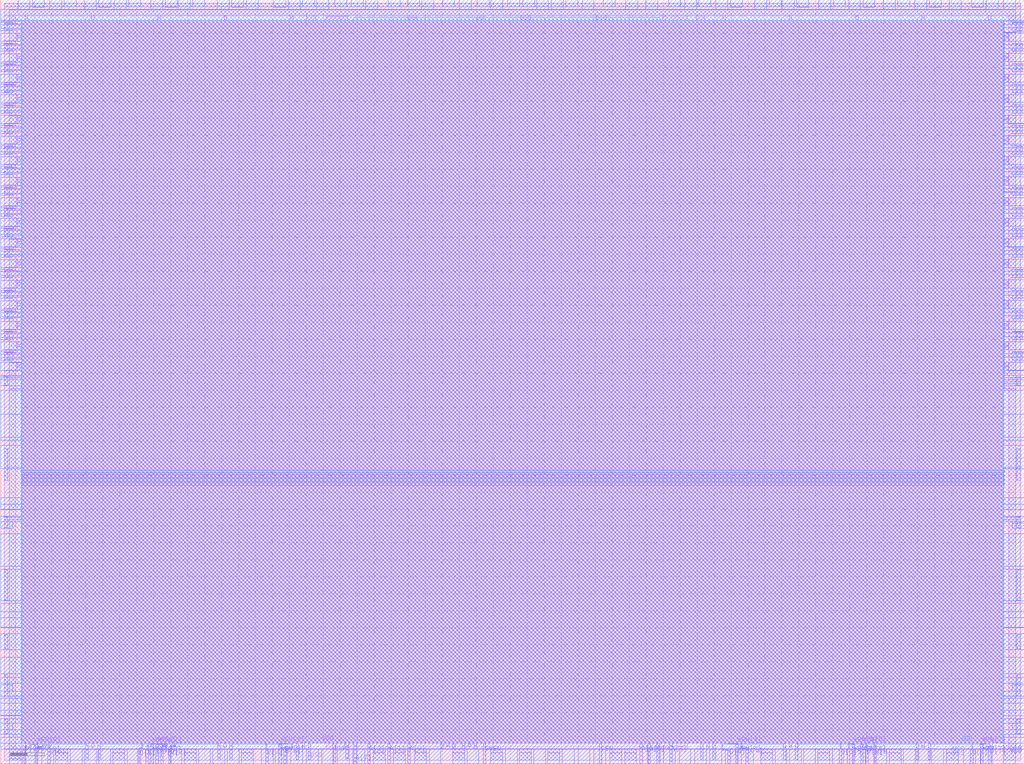
<source format=lef>
VERSION 5.7 ;
  NOWIREEXTENSIONATPIN ON ;
  DIVIDERCHAR "/" ;
  BUSBITCHARS "[]" ;
MACRO gf180mcu_ocd_ip_sram__sram256x8m8wm1
  CLASS BLOCK ;
  FOREIGN gf180mcu_ocd_ip_sram__sram256x8m8wm1 ;
  ORIGIN 0.000 0.000 ;
  SIZE 301.300 BY 224.930 ;
  PIN A[7]
    DIRECTION INPUT ;
    USE SIGNAL ;
    ANTENNADIFFAREA 0.928400 ;
    PORT
      LAYER Metal2 ;
        RECT 103.965 0.700 104.750 6.000 ;
        RECT 103.960 0.000 104.750 0.700 ;
    END
  END A[7]
  PIN A[6]
    DIRECTION INPUT ;
    USE SIGNAL ;
    ANTENNADIFFAREA 0.928400 ;
    PORT
      LAYER Metal2 ;
        RECT 188.200 0.000 188.985 6.000 ;
    END
  END A[6]
  PIN A[5]
    DIRECTION INPUT ;
    USE SIGNAL ;
    ANTENNADIFFAREA 0.928400 ;
    PORT
      LAYER Metal2 ;
        RECT 190.455 0.000 191.240 6.000 ;
    END
  END A[5]
  PIN A[4]
    DIRECTION INPUT ;
    USE SIGNAL ;
    ANTENNADIFFAREA 0.928400 ;
    PORT
      LAYER Metal2 ;
        RECT 193.070 0.000 193.855 6.000 ;
    END
  END A[4]
  PIN A[3]
    DIRECTION INPUT ;
    USE SIGNAL ;
    ANTENNADIFFAREA 0.928400 ;
    PORT
      LAYER Metal2 ;
        RECT 196.925 0.000 197.710 6.000 ;
    END
  END A[3]
  PIN A[2]
    DIRECTION INPUT ;
    USE SIGNAL ;
    ANTENNADIFFAREA 0.928400 ;
    PORT
      LAYER Metal2 ;
        RECT 108.005 0.000 108.790 6.000 ;
    END
  END A[2]
  PIN A[1]
    DIRECTION INPUT ;
    USE SIGNAL ;
    ANTENNADIFFAREA 0.928400 ;
    PORT
      LAYER Metal2 ;
        RECT 113.930 0.000 114.715 6.000 ;
    END
  END A[1]
  PIN A[0]
    DIRECTION INPUT ;
    USE SIGNAL ;
    ANTENNADIFFAREA 0.928400 ;
    PORT
      LAYER Metal2 ;
        RECT 119.850 0.000 120.630 6.000 ;
    END
  END A[0]
  PIN CEN
    DIRECTION INPUT ;
    USE SIGNAL ;
    ANTENNADIFFAREA 0.928400 ;
    PORT
      LAYER Metal2 ;
        RECT 176.195 0.000 176.980 6.000 ;
    END
  END CEN
  PIN CLK
    DIRECTION INPUT ;
    USE SIGNAL ;
    ANTENNAGATEAREA 9.738400 ;
    PORT
      LAYER Metal2 ;
        RECT 97.775 0.000 98.560 6.000 ;
    END
  END CLK
  PIN D[7]
    DIRECTION INPUT ;
    USE SIGNAL ;
    ANTENNAGATEAREA 0.249200 ;
    PORT
      LAYER Metal2 ;
        RECT 291.200 5.030 291.985 6.000 ;
        RECT 290.800 4.305 291.985 5.030 ;
        RECT 290.800 0.000 291.585 4.305 ;
    END
  END D[7]
  PIN D[6]
    DIRECTION INPUT ;
    USE SIGNAL ;
    ANTENNAGATEAREA 0.249200 ;
    PORT
      LAYER Metal2 ;
        RECT 254.645 4.245 254.930 6.000 ;
        RECT 254.605 0.000 255.385 4.245 ;
    END
  END D[6]
  PIN D[5]
    DIRECTION INPUT ;
    USE SIGNAL ;
    ANTENNAGATEAREA 0.249200 ;
    PORT
      LAYER Metal2 ;
        RECT 249.530 4.245 249.810 6.000 ;
        RECT 249.235 0.000 250.020 4.245 ;
    END
  END D[5]
  PIN D[4]
    DIRECTION INPUT ;
    USE SIGNAL ;
    ANTENNAGATEAREA 0.249200 ;
    PORT
      LAYER Metal2 ;
        RECT 212.255 4.355 212.625 6.000 ;
        RECT 212.255 4.350 213.940 4.355 ;
        RECT 212.255 3.985 214.845 4.350 ;
        RECT 214.060 0.000 214.845 3.985 ;
    END
  END D[4]
  PIN D[3]
    DIRECTION INPUT ;
    USE SIGNAL ;
    ANTENNAGATEAREA 0.249200 ;
    PORT
      LAYER Metal2 ;
        RECT 85.695 4.850 86.000 6.000 ;
        RECT 83.280 4.545 86.000 4.850 ;
        RECT 83.280 0.000 84.065 4.545 ;
    END
  END D[3]
  PIN D[2]
    DIRECTION INPUT ;
    USE SIGNAL ;
    ANTENNAGATEAREA 0.249200 ;
    PORT
      LAYER Metal2 ;
        RECT 48.730 5.425 49.015 6.000 ;
        RECT 47.595 5.140 49.015 5.425 ;
        RECT 47.595 4.160 47.880 5.140 ;
        RECT 47.085 3.720 47.880 4.160 ;
        RECT 47.085 0.000 47.870 3.720 ;
    END
  END D[2]
  PIN D[1]
    DIRECTION INPUT ;
    USE SIGNAL ;
    ANTENNAGATEAREA 0.249200 ;
    PORT
      LAYER Metal2 ;
        RECT 43.215 5.290 43.540 6.000 ;
        RECT 43.180 4.170 43.540 5.290 ;
        RECT 42.720 0.000 43.505 4.170 ;
    END
  END D[1]
  PIN D[0]
    DIRECTION INPUT ;
    USE SIGNAL ;
    ANTENNAGATEAREA 0.249200 ;
    PORT
      LAYER Metal2 ;
        RECT 6.520 0.000 7.305 6.000 ;
    END
  END D[0]
  PIN GWEN
    DIRECTION INPUT ;
    USE SIGNAL ;
    ANTENNAGATEAREA 3.141600 ;
    PORT
      LAYER Metal2 ;
        RECT 142.055 0.000 142.840 6.000 ;
    END
  END GWEN
  PIN Q[7]
    DIRECTION OUTPUT ;
    USE SIGNAL ;
    ANTENNADIFFAREA 5.315450 ;
    PORT
      LAYER Metal2 ;
        RECT 285.870 4.245 286.200 6.000 ;
        RECT 285.490 0.000 286.275 4.245 ;
    END
  END Q[7]
  PIN Q[6]
    DIRECTION OUTPUT ;
    USE SIGNAL ;
    ANTENNADIFFAREA 5.315450 ;
    PORT
      LAYER Metal2 ;
        RECT 257.025 4.245 257.345 6.000 ;
        RECT 256.960 0.000 257.740 4.245 ;
    END
  END Q[6]
  PIN Q[5]
    DIRECTION OUTPUT ;
    USE SIGNAL ;
    ANTENNADIFFAREA 5.315450 ;
    PORT
      LAYER Metal2 ;
        RECT 247.175 4.245 247.460 6.000 ;
        RECT 246.880 0.000 247.665 4.245 ;
    END
  END Q[5]
  PIN Q[4]
    DIRECTION OUTPUT ;
    USE SIGNAL ;
    ANTENNADIFFAREA 5.315450 ;
    PORT
      LAYER Metal2 ;
        RECT 217.860 4.705 218.190 6.000 ;
        RECT 217.860 4.695 220.060 4.705 ;
        RECT 217.860 4.375 220.135 4.695 ;
        RECT 219.350 0.000 220.135 4.375 ;
    END
  END Q[4]
  PIN Q[3]
    DIRECTION OUTPUT ;
    USE SIGNAL ;
    ANTENNADIFFAREA 5.315450 ;
    PORT
      LAYER Metal2 ;
        RECT 77.980 4.130 78.315 6.000 ;
        RECT 77.975 0.000 78.760 4.130 ;
    END
  END Q[3]
  PIN Q[2]
    DIRECTION OUTPUT ;
    USE SIGNAL ;
    ANTENNADIFFAREA 5.315450 ;
    PORT
      LAYER Metal2 ;
        RECT 51.250 5.450 51.580 6.000 ;
        RECT 49.960 5.120 51.580 5.450 ;
        RECT 49.960 4.160 50.290 5.120 ;
        RECT 49.440 3.710 50.290 4.160 ;
        RECT 49.440 0.000 50.225 3.710 ;
    END
  END Q[2]
  PIN Q[1]
    DIRECTION OUTPUT ;
    USE SIGNAL ;
    ANTENNADIFFAREA 5.315450 ;
    PORT
      LAYER Metal2 ;
        RECT 41.545 4.725 41.875 6.000 ;
        RECT 40.840 4.395 41.875 4.725 ;
        RECT 40.840 4.200 41.170 4.395 ;
        RECT 40.365 3.555 41.170 4.200 ;
        RECT 40.365 0.000 41.145 3.555 ;
    END
  END Q[1]
  PIN Q[0]
    DIRECTION OUTPUT ;
    USE SIGNAL ;
    ANTENNADIFFAREA 5.315450 ;
    PORT
      LAYER Metal2 ;
        RECT 12.255 5.780 12.585 6.000 ;
        RECT 12.255 5.450 14.415 5.780 ;
        RECT 14.085 4.245 14.415 5.450 ;
        RECT 13.830 0.000 14.610 4.245 ;
    END
  END Q[0]
  PIN VDD
    DIRECTION INOUT ;
    USE POWER ;
    PORT
      LAYER Nwell ;
        RECT 103.900 218.930 194.020 219.810 ;
        RECT 7.680 5.780 25.360 6.000 ;
        RECT 29.080 5.780 64.190 6.000 ;
        RECT 29.080 5.770 46.760 5.780 ;
        RECT 67.910 5.770 85.590 6.000 ;
        RECT 212.985 5.780 230.665 6.000 ;
        RECT 234.385 5.785 269.745 6.000 ;
        RECT 234.385 5.770 252.065 5.785 ;
        RECT 273.465 5.775 291.145 6.000 ;
      LAYER Metal1 ;
        RECT 4.845 214.375 5.975 215.090 ;
        RECT 4.845 213.675 6.000 214.375 ;
        RECT 295.440 214.170 296.570 215.175 ;
        RECT 295.300 213.790 296.570 214.170 ;
        RECT 4.845 212.660 5.975 213.675 ;
        RECT 295.440 212.745 296.570 213.790 ;
        RECT 4.845 208.315 5.975 209.030 ;
        RECT 4.845 207.615 6.000 208.315 ;
        RECT 295.440 208.110 296.570 209.115 ;
        RECT 295.300 207.730 296.570 208.110 ;
        RECT 4.845 206.600 5.975 207.615 ;
        RECT 295.440 206.685 296.570 207.730 ;
        RECT 4.845 202.255 5.975 202.970 ;
        RECT 4.845 201.555 6.000 202.255 ;
        RECT 295.440 202.050 296.570 203.055 ;
        RECT 295.300 201.670 296.570 202.050 ;
        RECT 4.845 200.540 5.975 201.555 ;
        RECT 295.440 200.625 296.570 201.670 ;
        RECT 4.845 196.195 5.975 196.910 ;
        RECT 4.845 195.495 6.000 196.195 ;
        RECT 295.440 195.990 296.570 196.995 ;
        RECT 295.300 195.610 296.570 195.990 ;
        RECT 4.845 194.480 5.975 195.495 ;
        RECT 295.440 194.565 296.570 195.610 ;
        RECT 4.845 190.135 5.975 190.850 ;
        RECT 4.845 189.435 6.000 190.135 ;
        RECT 295.440 189.930 296.570 190.935 ;
        RECT 295.300 189.550 296.570 189.930 ;
        RECT 4.845 188.420 5.975 189.435 ;
        RECT 295.440 188.505 296.570 189.550 ;
        RECT 4.845 184.075 5.975 184.790 ;
        RECT 4.845 183.375 6.000 184.075 ;
        RECT 295.440 183.870 296.570 184.875 ;
        RECT 295.300 183.490 296.570 183.870 ;
        RECT 4.845 182.360 5.975 183.375 ;
        RECT 295.440 182.445 296.570 183.490 ;
        RECT 4.845 178.015 5.975 178.730 ;
        RECT 4.845 177.315 6.000 178.015 ;
        RECT 295.440 177.810 296.570 178.815 ;
        RECT 295.300 177.430 296.570 177.810 ;
        RECT 4.845 176.300 5.975 177.315 ;
        RECT 295.440 176.385 296.570 177.430 ;
        RECT 4.845 171.955 5.975 172.670 ;
        RECT 4.845 171.255 6.000 171.955 ;
        RECT 295.440 171.750 296.570 172.755 ;
        RECT 295.300 171.370 296.570 171.750 ;
        RECT 4.845 170.240 5.975 171.255 ;
        RECT 295.440 170.325 296.570 171.370 ;
        RECT 4.845 165.895 5.975 166.610 ;
        RECT 4.845 165.195 6.000 165.895 ;
        RECT 295.440 165.690 296.570 166.695 ;
        RECT 295.300 165.310 296.570 165.690 ;
        RECT 4.845 164.180 5.975 165.195 ;
        RECT 295.440 164.265 296.570 165.310 ;
        RECT 4.845 159.835 5.975 160.550 ;
        RECT 4.845 159.135 6.000 159.835 ;
        RECT 295.440 159.630 296.570 160.635 ;
        RECT 295.300 159.250 296.570 159.630 ;
        RECT 4.845 158.120 5.975 159.135 ;
        RECT 295.440 158.205 296.570 159.250 ;
        RECT 4.845 153.775 5.975 154.490 ;
        RECT 4.845 153.075 6.000 153.775 ;
        RECT 295.440 153.570 296.570 154.575 ;
        RECT 295.300 153.190 296.570 153.570 ;
        RECT 4.845 152.060 5.975 153.075 ;
        RECT 295.440 152.145 296.570 153.190 ;
        RECT 4.845 147.715 5.975 148.430 ;
        RECT 4.845 147.015 6.000 147.715 ;
        RECT 295.440 147.510 296.570 148.515 ;
        RECT 295.300 147.130 296.570 147.510 ;
        RECT 4.845 146.000 5.975 147.015 ;
        RECT 295.440 146.085 296.570 147.130 ;
        RECT 4.845 141.655 5.975 142.370 ;
        RECT 4.845 140.955 6.000 141.655 ;
        RECT 295.440 141.450 296.570 142.455 ;
        RECT 295.300 141.070 296.570 141.450 ;
        RECT 4.845 139.940 5.975 140.955 ;
        RECT 295.440 140.025 296.570 141.070 ;
        RECT 4.845 135.595 5.975 136.310 ;
        RECT 4.845 134.895 6.000 135.595 ;
        RECT 295.440 135.390 296.570 136.395 ;
        RECT 295.300 135.010 296.570 135.390 ;
        RECT 4.845 133.880 5.975 134.895 ;
        RECT 295.440 133.965 296.570 135.010 ;
        RECT 4.845 129.535 5.975 130.250 ;
        RECT 4.845 128.835 6.000 129.535 ;
        RECT 295.440 129.330 296.570 130.335 ;
        RECT 295.300 128.950 296.570 129.330 ;
        RECT 4.845 127.820 5.975 128.835 ;
        RECT 295.440 127.905 296.570 128.950 ;
        RECT 4.845 123.475 5.975 124.190 ;
        RECT 4.845 122.775 6.000 123.475 ;
        RECT 295.440 123.270 296.570 124.275 ;
        RECT 295.300 122.890 296.570 123.270 ;
        RECT 4.845 121.760 5.975 122.775 ;
        RECT 295.440 121.845 296.570 122.890 ;
        RECT 4.845 117.415 5.975 118.130 ;
        RECT 4.845 116.715 6.000 117.415 ;
        RECT 295.440 117.210 296.570 118.215 ;
        RECT 295.300 116.830 296.570 117.210 ;
        RECT 4.845 115.700 5.975 116.715 ;
        RECT 295.440 115.785 296.570 116.830 ;
        RECT 93.700 5.990 95.245 6.000 ;
      LAYER Metal2 ;
        RECT 2.470 221.980 298.830 222.130 ;
        RECT 2.465 218.930 298.830 221.980 ;
        RECT 2.465 218.630 6.000 218.930 ;
        RECT 295.300 218.630 298.830 218.930 ;
        RECT 2.465 215.090 5.970 218.630 ;
        RECT 295.445 215.310 298.830 218.630 ;
        RECT 2.465 212.660 5.975 215.090 ;
        RECT 2.465 209.030 5.970 212.660 ;
        RECT 2.465 206.600 5.975 209.030 ;
        RECT 2.465 202.970 5.970 206.600 ;
        RECT 2.465 200.540 5.975 202.970 ;
        RECT 2.465 196.910 5.970 200.540 ;
        RECT 2.465 194.480 5.975 196.910 ;
        RECT 2.465 190.850 5.970 194.480 ;
        RECT 2.465 188.420 5.975 190.850 ;
        RECT 2.465 184.790 5.970 188.420 ;
        RECT 2.465 182.360 5.975 184.790 ;
        RECT 2.465 178.730 5.970 182.360 ;
        RECT 2.465 176.300 5.975 178.730 ;
        RECT 2.465 172.670 5.970 176.300 ;
        RECT 2.465 170.240 5.975 172.670 ;
        RECT 2.465 166.610 5.970 170.240 ;
        RECT 295.440 168.360 298.830 215.310 ;
        RECT 2.465 164.180 5.975 166.610 ;
        RECT 2.465 160.550 5.970 164.180 ;
        RECT 2.465 158.120 5.975 160.550 ;
        RECT 2.465 154.490 5.970 158.120 ;
        RECT 2.465 152.060 5.975 154.490 ;
        RECT 2.465 148.430 5.970 152.060 ;
        RECT 2.465 146.000 5.975 148.430 ;
        RECT 2.465 142.370 5.970 146.000 ;
        RECT 2.465 139.940 5.975 142.370 ;
        RECT 2.465 136.310 5.970 139.940 ;
        RECT 2.465 133.880 5.975 136.310 ;
        RECT 2.465 130.250 5.970 133.880 ;
        RECT 2.465 127.820 5.975 130.250 ;
        RECT 2.465 124.190 5.970 127.820 ;
        RECT 2.465 121.760 5.975 124.190 ;
        RECT 2.465 118.130 5.970 121.760 ;
        RECT 2.465 115.700 5.975 118.130 ;
        RECT 2.465 110.435 5.970 115.700 ;
        RECT 295.440 110.435 298.835 168.360 ;
        RECT 2.465 4.330 5.975 110.435 ;
        RECT 26.795 4.830 27.580 6.000 ;
        RECT 65.605 4.830 66.390 6.000 ;
        RECT 2.465 1.410 5.970 4.330 ;
        RECT 88.750 4.285 89.535 6.000 ;
        RECT 93.695 5.965 95.245 6.000 ;
        RECT 131.250 5.180 132.035 6.000 ;
        RECT 137.620 5.180 138.405 6.000 ;
        RECT 207.850 4.315 208.635 6.000 ;
        RECT 232.070 4.830 232.855 6.000 ;
        RECT 271.220 4.810 272.005 6.000 ;
        RECT 295.330 4.330 298.835 110.435 ;
        RECT 2.470 0.985 5.970 1.410 ;
        RECT 295.330 0.985 298.830 4.330 ;
      LAYER Metal3 ;
        RECT 5.090 222.130 8.585 224.930 ;
        RECT 14.480 222.130 17.975 224.930 ;
        RECT 24.630 222.130 28.125 224.930 ;
        RECT 33.380 222.130 36.875 224.930 ;
        RECT 44.170 222.130 47.665 224.930 ;
        RECT 52.280 222.130 55.775 224.930 ;
        RECT 63.710 222.130 67.205 224.930 ;
        RECT 72.285 222.130 75.780 224.930 ;
        RECT 84.685 222.130 88.180 224.930 ;
        RECT 93.000 222.130 96.495 224.930 ;
        RECT 107.485 222.130 110.980 224.930 ;
        RECT 123.950 222.130 127.445 224.930 ;
        RECT 135.045 222.130 138.540 224.930 ;
        RECT 144.305 222.130 147.800 224.930 ;
        RECT 157.740 222.130 161.235 224.930 ;
        RECT 162.095 222.130 165.590 224.930 ;
        RECT 171.155 222.130 174.650 224.930 ;
        RECT 183.990 222.130 187.485 224.930 ;
        RECT 189.915 222.130 193.410 224.930 ;
        RECT 201.415 222.130 204.910 224.930 ;
        RECT 210.520 222.130 214.015 224.930 ;
        RECT 221.995 222.130 225.490 224.930 ;
        RECT 230.060 222.130 233.555 224.930 ;
        RECT 240.895 222.130 244.390 224.930 ;
        RECT 249.600 222.130 253.095 224.930 ;
        RECT 259.795 222.130 263.290 224.930 ;
        RECT 269.140 222.130 272.635 224.930 ;
        RECT 279.300 222.130 282.795 224.930 ;
        RECT 290.115 222.130 293.610 224.930 ;
        RECT 295.330 222.130 298.825 224.930 ;
        RECT 0.000 218.930 301.300 222.130 ;
        RECT 0.000 218.630 6.000 218.930 ;
        RECT 295.300 218.630 301.300 218.930 ;
        RECT 5.090 218.625 6.000 218.630 ;
        RECT 296.440 215.175 301.300 215.185 ;
        RECT 0.000 212.650 5.975 215.100 ;
        RECT 295.440 212.745 301.300 215.175 ;
        RECT 296.440 212.735 301.300 212.745 ;
        RECT 296.440 209.115 301.300 209.125 ;
        RECT 0.000 206.590 5.975 209.040 ;
        RECT 295.440 206.685 301.300 209.115 ;
        RECT 296.440 206.675 301.300 206.685 ;
        RECT 296.440 203.055 301.300 203.065 ;
        RECT 0.000 200.530 5.975 202.980 ;
        RECT 295.440 200.625 301.300 203.055 ;
        RECT 296.440 200.615 301.300 200.625 ;
        RECT 296.440 196.995 301.300 197.005 ;
        RECT 0.000 194.470 5.975 196.920 ;
        RECT 295.440 194.565 301.300 196.995 ;
        RECT 296.440 194.555 301.300 194.565 ;
        RECT 296.440 190.935 301.300 190.945 ;
        RECT 0.000 188.410 5.975 190.860 ;
        RECT 295.440 188.505 301.300 190.935 ;
        RECT 296.440 188.495 301.300 188.505 ;
        RECT 296.440 184.875 301.300 184.885 ;
        RECT 0.000 182.350 5.975 184.800 ;
        RECT 295.440 182.445 301.300 184.875 ;
        RECT 296.440 182.435 301.300 182.445 ;
        RECT 296.440 178.815 301.300 178.825 ;
        RECT 0.000 176.290 5.975 178.740 ;
        RECT 295.440 176.385 301.300 178.815 ;
        RECT 296.440 176.375 301.300 176.385 ;
        RECT 296.440 172.755 301.300 172.765 ;
        RECT 0.000 170.230 5.975 172.680 ;
        RECT 295.440 170.325 301.300 172.755 ;
        RECT 296.440 170.315 301.300 170.325 ;
        RECT 296.440 166.695 301.300 166.705 ;
        RECT 0.000 164.170 5.975 166.620 ;
        RECT 295.440 164.265 301.300 166.695 ;
        RECT 296.440 164.255 301.300 164.265 ;
        RECT 296.440 160.635 301.300 160.645 ;
        RECT 0.000 158.110 5.975 160.560 ;
        RECT 295.440 158.205 301.300 160.635 ;
        RECT 296.440 158.195 301.300 158.205 ;
        RECT 296.440 154.575 301.300 154.585 ;
        RECT 0.000 152.050 5.975 154.500 ;
        RECT 295.440 152.145 301.300 154.575 ;
        RECT 296.440 152.135 301.300 152.145 ;
        RECT 296.440 148.515 301.300 148.525 ;
        RECT 0.000 145.990 5.975 148.440 ;
        RECT 295.440 146.085 301.300 148.515 ;
        RECT 296.440 146.075 301.300 146.085 ;
        RECT 296.440 142.455 301.300 142.465 ;
        RECT 0.000 139.930 5.975 142.380 ;
        RECT 295.440 140.025 301.300 142.455 ;
        RECT 296.440 140.015 301.300 140.025 ;
        RECT 296.440 136.395 301.300 136.405 ;
        RECT 0.000 133.870 5.975 136.320 ;
        RECT 295.440 133.965 301.300 136.395 ;
        RECT 296.440 133.955 301.300 133.965 ;
        RECT 296.440 130.335 301.300 130.345 ;
        RECT 0.000 127.810 5.975 130.260 ;
        RECT 295.440 127.905 301.300 130.335 ;
        RECT 296.440 127.895 301.300 127.905 ;
        RECT 296.440 124.275 301.300 124.285 ;
        RECT 0.000 121.750 5.975 124.200 ;
        RECT 295.440 121.845 301.300 124.275 ;
        RECT 296.440 121.835 301.300 121.845 ;
        RECT 296.440 118.215 301.300 118.225 ;
        RECT 0.000 115.690 5.975 118.140 ;
        RECT 295.440 115.785 301.300 118.215 ;
        RECT 296.440 115.775 301.300 115.785 ;
        RECT 0.000 109.905 3.545 109.910 ;
        RECT 297.750 109.905 301.300 109.910 ;
        RECT 0.000 102.880 6.000 109.905 ;
        RECT 295.300 102.880 301.300 109.905 ;
        RECT 0.000 96.170 5.975 102.880 ;
        RECT 295.335 96.170 301.300 102.880 ;
        RECT 0.000 95.175 6.000 96.170 ;
        RECT 295.300 95.175 301.300 96.170 ;
        RECT 300.600 95.170 301.300 95.175 ;
        RECT 0.000 78.350 3.545 78.355 ;
        RECT 297.750 78.350 301.300 78.355 ;
        RECT 0.000 76.400 5.975 78.350 ;
        RECT 295.335 76.400 301.300 78.350 ;
        RECT 0.000 74.855 6.000 76.400 ;
        RECT 0.010 74.850 6.000 74.855 ;
        RECT 295.300 74.850 301.300 76.400 ;
        RECT 297.750 67.740 301.300 67.750 ;
        RECT 0.010 67.735 6.000 67.740 ;
        RECT 0.000 58.210 6.000 67.735 ;
        RECT 295.300 58.210 301.300 67.740 ;
        RECT 0.000 58.205 0.700 58.210 ;
        RECT 300.600 58.205 301.300 58.210 ;
        RECT 0.000 47.315 3.545 47.325 ;
        RECT 300.600 47.315 301.300 47.320 ;
        RECT 0.000 44.810 6.000 47.315 ;
        RECT 295.300 44.810 301.300 47.315 ;
        RECT 0.000 42.955 5.975 44.810 ;
        RECT 295.335 42.970 301.300 44.810 ;
        RECT 0.000 40.125 6.000 42.955 ;
        RECT 0.010 40.120 6.000 40.125 ;
        RECT 295.300 40.120 301.300 42.970 ;
        RECT 0.010 40.020 5.975 40.120 ;
        RECT 295.335 40.020 301.300 40.120 ;
        RECT 297.750 40.010 301.300 40.020 ;
        RECT 0.000 31.295 3.545 31.300 ;
        RECT 295.300 31.295 295.365 31.325 ;
        RECT 300.600 31.295 301.300 31.300 ;
        RECT 0.000 26.530 6.000 31.295 ;
        RECT 0.010 26.525 6.000 26.530 ;
        RECT 295.300 26.525 301.300 31.295 ;
        RECT 0.000 19.345 3.545 19.350 ;
        RECT 297.750 19.345 301.300 19.350 ;
        RECT 0.000 17.750 6.000 19.345 ;
        RECT 0.000 15.795 5.995 17.750 ;
        RECT 295.300 17.745 301.300 19.345 ;
        RECT 295.315 15.805 301.300 17.745 ;
        RECT 0.000 14.210 6.000 15.795 ;
        RECT 0.010 14.205 6.000 14.210 ;
        RECT 295.300 14.205 301.300 15.805 ;
        RECT 0.000 6.000 6.000 7.810 ;
        RECT 295.300 6.000 301.300 7.810 ;
        RECT 0.000 4.310 301.300 6.000 ;
        RECT 0.000 4.290 0.700 4.310 ;
        RECT 2.465 0.000 5.970 4.310 ;
        RECT 7.135 0.000 10.635 4.310 ;
        RECT 12.045 0.000 15.545 4.310 ;
        RECT 20.445 0.000 23.945 4.310 ;
        RECT 24.645 0.000 28.145 4.310 ;
        RECT 28.845 0.000 32.345 4.310 ;
        RECT 37.245 0.000 40.745 4.310 ;
        RECT 43.550 0.000 47.050 4.310 ;
        RECT 49.845 0.000 53.345 4.310 ;
        RECT 58.245 0.000 61.745 4.310 ;
        RECT 62.445 0.000 65.945 4.310 ;
        RECT 66.645 0.000 70.145 4.310 ;
        RECT 76.685 0.000 80.185 4.310 ;
        RECT 80.885 0.000 84.385 4.310 ;
        RECT 85.435 0.000 88.935 4.310 ;
        RECT 89.985 0.000 93.485 4.310 ;
        RECT 94.535 0.000 98.035 4.310 ;
        RECT 99.085 0.000 102.585 4.310 ;
        RECT 103.635 0.000 107.135 4.310 ;
        RECT 126.105 0.000 129.605 4.310 ;
        RECT 137.295 0.000 140.795 4.310 ;
        RECT 148.515 0.000 152.015 4.310 ;
        RECT 156.915 0.000 160.415 4.310 ;
        RECT 165.315 0.000 168.815 4.310 ;
        RECT 169.980 0.000 173.480 4.310 ;
        RECT 174.565 0.000 178.065 4.310 ;
        RECT 190.600 0.000 194.100 4.310 ;
        RECT 195.150 0.000 198.650 4.310 ;
        RECT 199.700 4.205 221.530 4.310 ;
        RECT 199.700 0.000 203.200 4.205 ;
        RECT 204.250 0.000 207.750 4.205 ;
        RECT 208.800 0.000 212.300 4.205 ;
        RECT 213.350 0.000 216.850 4.205 ;
        RECT 218.030 0.000 221.530 4.205 ;
        RECT 227.960 0.000 231.460 4.310 ;
        RECT 232.160 0.000 235.660 4.310 ;
        RECT 236.360 0.000 239.860 4.310 ;
        RECT 244.760 0.000 248.260 4.310 ;
        RECT 251.055 0.000 254.555 4.310 ;
        RECT 257.360 0.000 260.860 4.310 ;
        RECT 265.760 0.000 269.260 4.310 ;
        RECT 269.960 0.000 273.460 4.310 ;
        RECT 274.160 0.000 277.660 4.310 ;
        RECT 283.560 0.000 287.060 4.310 ;
        RECT 288.465 0.000 291.965 4.310 ;
        RECT 295.330 0.000 298.830 4.310 ;
    END
  END VDD
  PIN VSS
    DIRECTION INOUT ;
    USE GROUND ;
    PORT
      LAYER Metal1 ;
        RECT 0.985 220.405 300.315 223.940 ;
        RECT 0.985 218.075 4.485 220.405 ;
        RECT 7.150 218.930 7.970 220.405 ;
        RECT 26.690 218.930 27.510 220.405 ;
        RECT 46.230 218.930 47.050 220.405 ;
        RECT 65.770 218.930 66.590 220.405 ;
        RECT 85.300 218.930 86.120 220.405 ;
        RECT 90.140 218.930 92.685 220.405 ;
        RECT 96.620 220.070 102.185 220.405 ;
        RECT 95.855 218.930 102.185 220.070 ;
        RECT 119.790 218.930 122.545 220.405 ;
        RECT 140.215 218.930 142.065 220.405 ;
        RECT 153.080 218.930 155.970 220.405 ;
        RECT 175.340 218.930 178.195 220.405 ;
        RECT 194.845 218.930 202.075 220.405 ;
        RECT 204.765 218.930 207.310 220.405 ;
        RECT 212.580 218.930 213.400 220.405 ;
        RECT 232.120 218.930 232.940 220.405 ;
        RECT 251.660 218.930 252.480 220.405 ;
        RECT 271.200 218.930 272.020 220.405 ;
        RECT 290.730 218.930 291.550 220.405 ;
        RECT 0.985 217.925 4.490 218.075 ;
        RECT 0.985 216.120 6.000 217.925 ;
        RECT 0.985 212.825 4.490 216.120 ;
        RECT 0.985 212.015 4.485 212.825 ;
        RECT 0.985 211.865 4.490 212.015 ;
        RECT 0.985 210.060 6.000 211.865 ;
        RECT 0.985 206.765 4.490 210.060 ;
        RECT 0.985 205.955 4.485 206.765 ;
        RECT 0.985 205.805 4.490 205.955 ;
        RECT 0.985 204.000 6.000 205.805 ;
        RECT 0.985 200.705 4.490 204.000 ;
        RECT 0.985 199.895 4.485 200.705 ;
        RECT 0.985 199.745 4.490 199.895 ;
        RECT 0.985 197.940 6.000 199.745 ;
        RECT 0.985 194.645 4.490 197.940 ;
        RECT 0.985 193.835 4.485 194.645 ;
        RECT 0.985 193.685 4.490 193.835 ;
        RECT 0.985 191.880 6.000 193.685 ;
        RECT 0.985 188.585 4.490 191.880 ;
        RECT 0.985 187.775 4.485 188.585 ;
        RECT 0.985 187.625 4.490 187.775 ;
        RECT 0.985 185.820 6.000 187.625 ;
        RECT 0.985 182.525 4.490 185.820 ;
        RECT 0.985 181.715 4.485 182.525 ;
        RECT 0.985 181.565 4.490 181.715 ;
        RECT 0.985 179.760 6.000 181.565 ;
        RECT 0.985 176.465 4.490 179.760 ;
        RECT 0.985 175.655 4.485 176.465 ;
        RECT 0.985 175.505 4.490 175.655 ;
        RECT 0.985 173.700 6.000 175.505 ;
        RECT 0.985 170.405 4.490 173.700 ;
        RECT 0.985 169.595 4.485 170.405 ;
        RECT 0.985 169.445 4.490 169.595 ;
        RECT 0.985 167.640 6.000 169.445 ;
        RECT 0.985 164.345 4.490 167.640 ;
        RECT 0.985 163.535 4.485 164.345 ;
        RECT 0.985 163.385 4.490 163.535 ;
        RECT 0.985 161.580 6.000 163.385 ;
        RECT 0.985 158.285 4.490 161.580 ;
        RECT 0.985 157.475 4.485 158.285 ;
        RECT 0.985 157.325 4.490 157.475 ;
        RECT 0.985 155.520 6.000 157.325 ;
        RECT 0.985 152.225 4.490 155.520 ;
        RECT 0.985 151.415 4.485 152.225 ;
        RECT 0.985 151.265 4.490 151.415 ;
        RECT 0.985 149.460 6.000 151.265 ;
        RECT 0.985 146.165 4.490 149.460 ;
        RECT 0.985 145.355 4.485 146.165 ;
        RECT 0.985 145.205 4.490 145.355 ;
        RECT 0.985 143.400 6.000 145.205 ;
        RECT 0.985 140.105 4.490 143.400 ;
        RECT 0.985 139.295 4.485 140.105 ;
        RECT 0.985 139.145 4.490 139.295 ;
        RECT 0.985 137.340 6.000 139.145 ;
        RECT 0.985 134.045 4.490 137.340 ;
        RECT 0.985 133.235 4.485 134.045 ;
        RECT 0.985 133.085 4.490 133.235 ;
        RECT 0.985 131.280 6.000 133.085 ;
        RECT 0.985 127.985 4.490 131.280 ;
        RECT 0.985 127.175 4.485 127.985 ;
        RECT 0.985 127.025 4.490 127.175 ;
        RECT 0.985 125.220 6.000 127.025 ;
        RECT 0.985 121.925 4.490 125.220 ;
        RECT 0.985 121.115 4.485 121.925 ;
        RECT 0.985 120.965 4.490 121.115 ;
        RECT 0.985 119.160 6.000 120.965 ;
        RECT 0.985 115.865 4.490 119.160 ;
        RECT 0.985 87.265 4.485 115.865 ;
        RECT 296.815 114.965 300.315 220.405 ;
        RECT 295.300 114.355 300.315 114.965 ;
        RECT 296.815 112.405 300.315 114.355 ;
        RECT 295.300 111.810 300.315 112.405 ;
        RECT 296.815 87.265 300.315 111.810 ;
        RECT 0.985 86.795 6.000 87.265 ;
        RECT 295.300 86.795 300.315 87.265 ;
        RECT 0.985 72.515 4.485 86.795 ;
        RECT 296.815 72.515 300.315 86.795 ;
        RECT 0.985 71.835 6.000 72.515 ;
        RECT 295.300 71.835 300.315 72.515 ;
        RECT 0.985 4.485 4.485 71.835 ;
        RECT 95.850 4.485 202.075 6.000 ;
        RECT 296.815 4.485 300.315 71.835 ;
        RECT 0.985 4.480 202.505 4.485 ;
        RECT 204.680 4.480 300.315 4.485 ;
        RECT 0.985 0.985 300.315 4.480 ;
        RECT 87.030 0.980 87.730 0.985 ;
        RECT 90.590 0.980 91.290 0.985 ;
      LAYER Metal2 ;
        RECT 0.985 222.800 300.315 223.940 ;
        RECT 0.995 215.810 2.125 218.240 ;
        RECT 299.120 215.795 300.800 218.225 ;
        RECT 0.995 209.750 2.125 212.180 ;
        RECT 299.120 209.735 300.800 212.165 ;
        RECT 0.995 203.690 2.125 206.120 ;
        RECT 299.120 203.675 300.800 206.105 ;
        RECT 0.995 197.630 2.125 200.060 ;
        RECT 299.120 197.615 300.800 200.045 ;
        RECT 0.995 191.570 2.125 194.000 ;
        RECT 299.120 191.555 300.800 193.985 ;
        RECT 0.995 185.510 2.125 187.940 ;
        RECT 299.120 185.495 300.800 187.925 ;
        RECT 0.995 179.450 2.125 181.880 ;
        RECT 299.120 179.435 300.800 181.865 ;
        RECT 0.995 173.390 2.125 175.820 ;
        RECT 299.120 173.375 300.800 175.805 ;
        RECT 0.995 167.330 2.125 169.760 ;
        RECT 299.120 167.315 300.800 169.745 ;
        RECT 0.995 161.270 2.125 163.700 ;
        RECT 299.120 161.255 300.800 163.685 ;
        RECT 0.995 155.210 2.125 157.640 ;
        RECT 299.120 155.195 300.800 157.625 ;
        RECT 0.995 149.150 2.125 151.580 ;
        RECT 299.120 149.135 300.800 151.565 ;
        RECT 0.995 143.090 2.125 145.520 ;
        RECT 299.120 143.075 300.800 145.505 ;
        RECT 0.995 137.030 2.125 139.460 ;
        RECT 299.120 137.015 300.800 139.445 ;
        RECT 0.995 130.970 2.125 133.400 ;
        RECT 299.120 130.955 300.800 133.385 ;
        RECT 0.995 124.910 2.125 127.340 ;
        RECT 299.120 124.895 300.800 127.325 ;
        RECT 0.995 118.850 2.125 121.280 ;
        RECT 299.120 118.835 300.800 121.265 ;
        RECT 0.995 111.495 2.125 113.925 ;
        RECT 299.185 111.495 300.315 113.925 ;
        RECT 0.995 83.455 2.125 92.695 ;
        RECT 299.185 83.455 300.315 92.695 ;
        RECT 0.995 69.460 2.125 72.760 ;
        RECT 299.185 69.460 300.315 72.760 ;
        RECT 0.995 48.095 2.125 57.145 ;
        RECT 299.185 48.095 300.315 57.145 ;
        RECT 0.995 33.790 2.125 37.960 ;
        RECT 299.185 33.790 300.315 37.960 ;
        RECT 0.995 19.880 2.125 26.220 ;
        RECT 299.185 19.880 300.315 26.220 ;
        RECT 0.995 8.890 2.125 13.060 ;
        RECT 299.185 8.890 300.315 13.060 ;
        RECT 16.245 0.985 19.745 4.485 ;
        RECT 25.040 0.985 25.820 6.000 ;
        RECT 28.600 0.985 29.385 6.000 ;
        RECT 33.045 0.985 36.545 4.485 ;
        RECT 54.045 0.985 57.545 4.485 ;
        RECT 63.850 0.985 64.630 6.000 ;
        RECT 67.410 0.985 68.195 6.000 ;
        RECT 70.845 0.985 74.345 4.485 ;
        RECT 87.000 0.975 87.775 6.000 ;
        RECT 90.555 0.975 91.335 6.000 ;
        RECT 101.350 4.800 102.480 6.000 ;
        RECT 101.520 1.450 102.305 4.800 ;
        RECT 109.630 0.985 113.130 4.485 ;
        RECT 115.575 0.985 119.075 4.485 ;
        RECT 121.905 0.985 125.405 4.485 ;
        RECT 129.495 4.310 130.275 6.000 ;
        RECT 133.055 4.485 133.840 6.000 ;
        RECT 135.865 4.485 136.645 6.000 ;
        RECT 133.055 4.310 136.645 4.485 ;
        RECT 139.425 4.310 140.210 6.000 ;
        RECT 133.095 0.985 136.595 4.310 ;
        RECT 144.315 0.985 147.815 4.485 ;
        RECT 152.715 0.985 156.215 4.485 ;
        RECT 161.115 0.985 164.615 4.485 ;
        RECT 179.315 0.985 182.815 4.485 ;
        RECT 183.670 0.985 187.170 4.485 ;
        RECT 206.100 1.005 206.875 6.000 ;
        RECT 209.655 1.005 210.435 6.000 ;
        RECT 223.760 0.985 227.260 4.485 ;
        RECT 230.315 0.985 231.095 6.000 ;
        RECT 233.875 0.985 234.660 6.000 ;
        RECT 240.560 0.985 244.060 4.485 ;
        RECT 261.560 0.985 265.060 4.485 ;
        RECT 269.465 0.965 270.245 6.000 ;
        RECT 273.025 0.965 273.810 6.000 ;
        RECT 278.360 0.985 281.860 4.485 ;
      LAYER Metal3 ;
        RECT 9.370 222.795 12.870 224.930 ;
        RECT 18.760 222.800 22.260 224.930 ;
        RECT 28.910 222.795 32.410 224.930 ;
        RECT 37.660 222.800 41.160 224.930 ;
        RECT 48.450 222.795 51.950 224.930 ;
        RECT 56.560 222.800 60.060 224.930 ;
        RECT 67.990 222.795 71.490 224.930 ;
        RECT 80.400 222.795 83.900 224.930 ;
        RECT 88.805 222.800 92.305 224.930 ;
        RECT 98.320 222.800 101.820 224.930 ;
        RECT 103.205 222.800 106.705 224.930 ;
        RECT 114.085 222.800 117.585 224.930 ;
        RECT 119.835 222.800 123.335 224.930 ;
        RECT 130.070 222.800 133.570 224.930 ;
        RECT 140.340 222.800 143.840 224.930 ;
        RECT 149.255 222.800 152.755 224.930 ;
        RECT 153.745 222.800 157.245 224.930 ;
        RECT 166.375 222.800 169.875 224.930 ;
        RECT 177.380 222.800 180.880 224.930 ;
        RECT 196.715 222.800 200.215 224.930 ;
        RECT 205.520 222.800 209.020 224.930 ;
        RECT 214.800 222.795 218.300 224.930 ;
        RECT 226.275 222.800 229.775 224.930 ;
        RECT 234.340 222.795 237.840 224.930 ;
        RECT 245.175 222.800 248.675 224.930 ;
        RECT 253.880 222.795 257.380 224.930 ;
        RECT 264.075 222.800 267.575 224.930 ;
        RECT 273.420 222.795 276.920 224.930 ;
        RECT 285.830 222.795 289.330 224.930 ;
        RECT 0.000 217.550 3.555 218.250 ;
        RECT 297.755 218.130 301.300 218.235 ;
        RECT 297.750 217.735 301.300 218.130 ;
        RECT 0.000 216.500 6.000 217.550 ;
        RECT 295.300 216.685 301.300 217.735 ;
        RECT 0.000 215.800 3.555 216.500 ;
        RECT 297.750 215.685 301.300 216.685 ;
        RECT 0.000 211.490 3.555 212.190 ;
        RECT 297.750 211.675 301.300 212.175 ;
        RECT 0.000 210.440 6.000 211.490 ;
        RECT 295.300 210.625 301.300 211.675 ;
        RECT 0.000 209.740 3.555 210.440 ;
        RECT 297.750 209.725 301.300 210.625 ;
        RECT 0.000 205.430 3.555 206.130 ;
        RECT 297.750 205.615 301.300 206.115 ;
        RECT 0.000 204.380 6.000 205.430 ;
        RECT 295.300 204.565 301.300 205.615 ;
        RECT 0.000 203.680 3.555 204.380 ;
        RECT 297.750 203.665 301.300 204.565 ;
        RECT 0.000 199.370 3.555 200.070 ;
        RECT 297.750 199.555 301.300 200.055 ;
        RECT 0.000 198.320 6.000 199.370 ;
        RECT 295.300 198.505 301.300 199.555 ;
        RECT 0.000 197.620 3.555 198.320 ;
        RECT 297.750 197.605 301.300 198.505 ;
        RECT 0.000 193.310 3.555 194.010 ;
        RECT 297.750 193.495 301.300 193.995 ;
        RECT 0.000 192.260 6.000 193.310 ;
        RECT 295.300 192.445 301.300 193.495 ;
        RECT 0.000 191.560 3.555 192.260 ;
        RECT 297.750 191.545 301.300 192.445 ;
        RECT 0.000 187.250 3.555 187.950 ;
        RECT 297.750 187.435 301.300 187.935 ;
        RECT 0.000 186.200 6.000 187.250 ;
        RECT 295.300 186.385 301.300 187.435 ;
        RECT 0.000 185.500 3.555 186.200 ;
        RECT 297.750 185.485 301.300 186.385 ;
        RECT 0.000 181.190 3.555 181.890 ;
        RECT 297.750 181.375 301.300 181.875 ;
        RECT 0.000 180.140 6.000 181.190 ;
        RECT 295.300 180.325 301.300 181.375 ;
        RECT 0.000 179.440 3.555 180.140 ;
        RECT 297.750 179.425 301.300 180.325 ;
        RECT 0.000 175.130 3.555 175.830 ;
        RECT 297.750 175.315 301.300 175.815 ;
        RECT 0.000 174.080 6.000 175.130 ;
        RECT 295.300 174.265 301.300 175.315 ;
        RECT 0.000 173.380 3.555 174.080 ;
        RECT 297.750 173.365 301.300 174.265 ;
        RECT 0.000 169.070 3.555 169.770 ;
        RECT 297.750 169.255 301.300 169.755 ;
        RECT 0.000 168.020 6.000 169.070 ;
        RECT 295.300 168.205 301.300 169.255 ;
        RECT 0.000 167.320 3.555 168.020 ;
        RECT 297.750 167.305 301.300 168.205 ;
        RECT 0.000 163.010 3.555 163.710 ;
        RECT 297.750 163.195 301.300 163.695 ;
        RECT 0.000 161.960 6.000 163.010 ;
        RECT 295.300 162.145 301.300 163.195 ;
        RECT 0.000 161.260 3.555 161.960 ;
        RECT 297.750 161.245 301.300 162.145 ;
        RECT 0.000 156.950 3.555 157.650 ;
        RECT 297.750 157.135 301.300 157.635 ;
        RECT 0.000 155.900 6.000 156.950 ;
        RECT 295.300 156.085 301.300 157.135 ;
        RECT 0.000 155.200 3.555 155.900 ;
        RECT 297.750 155.185 301.300 156.085 ;
        RECT 0.000 150.890 3.555 151.590 ;
        RECT 297.750 151.075 301.300 151.575 ;
        RECT 0.000 149.840 6.000 150.890 ;
        RECT 295.300 150.025 301.300 151.075 ;
        RECT 0.000 149.140 3.555 149.840 ;
        RECT 297.750 149.125 301.300 150.025 ;
        RECT 0.000 144.830 3.555 145.530 ;
        RECT 297.750 145.015 301.300 145.515 ;
        RECT 0.000 143.780 6.000 144.830 ;
        RECT 295.300 143.965 301.300 145.015 ;
        RECT 0.000 143.080 3.555 143.780 ;
        RECT 297.750 143.065 301.300 143.965 ;
        RECT 0.000 138.770 3.555 139.470 ;
        RECT 297.750 138.955 301.300 139.455 ;
        RECT 0.000 137.720 6.000 138.770 ;
        RECT 295.300 137.905 301.300 138.955 ;
        RECT 0.000 137.020 3.555 137.720 ;
        RECT 297.750 137.005 301.300 137.905 ;
        RECT 0.000 132.710 3.555 133.410 ;
        RECT 297.750 132.895 301.300 133.395 ;
        RECT 0.000 131.660 6.000 132.710 ;
        RECT 295.300 131.845 301.300 132.895 ;
        RECT 0.000 130.960 3.555 131.660 ;
        RECT 297.750 130.945 301.300 131.845 ;
        RECT 0.000 126.650 3.555 127.350 ;
        RECT 297.755 127.190 301.300 127.335 ;
        RECT 297.750 126.835 301.300 127.190 ;
        RECT 0.000 125.600 6.000 126.650 ;
        RECT 295.300 125.785 301.300 126.835 ;
        RECT 0.000 124.900 3.555 125.600 ;
        RECT 297.750 124.885 301.300 125.785 ;
        RECT 0.000 120.590 3.555 121.290 ;
        RECT 297.755 121.080 301.300 121.275 ;
        RECT 297.750 120.775 301.300 121.080 ;
        RECT 0.000 119.540 6.000 120.590 ;
        RECT 295.300 119.725 301.300 120.775 ;
        RECT 0.000 118.840 3.555 119.540 ;
        RECT 297.750 118.825 301.300 119.725 ;
        RECT 0.010 114.115 6.000 114.360 ;
        RECT 0.000 113.660 6.000 114.115 ;
        RECT 295.300 113.660 301.300 114.360 ;
        RECT 0.000 113.025 3.555 113.660 ;
        RECT 297.750 113.025 301.300 113.660 ;
        RECT 0.000 111.350 6.000 113.025 ;
        RECT 0.010 111.345 6.000 111.350 ;
        RECT 295.300 111.345 301.300 113.025 ;
        RECT 0.000 93.825 3.545 93.830 ;
        RECT 297.750 93.825 301.300 93.830 ;
        RECT 0.000 86.895 6.000 93.825 ;
        RECT 0.010 86.890 6.000 86.895 ;
        RECT 295.300 86.890 301.300 93.825 ;
        RECT 295.300 86.830 295.500 86.890 ;
        RECT 0.000 72.855 0.700 72.860 ;
        RECT 297.755 72.855 301.300 72.860 ;
        RECT 0.000 71.265 6.000 72.855 ;
        RECT 295.300 71.265 301.300 72.855 ;
        RECT 0.000 69.355 3.555 71.265 ;
        RECT 297.755 70.860 301.300 71.265 ;
        RECT 297.750 69.355 301.300 70.860 ;
        RECT 0.000 47.950 6.000 57.210 ;
        RECT 295.300 47.950 301.300 57.210 ;
        RECT 297.750 38.225 301.300 38.230 ;
        RECT 0.000 33.615 6.000 38.225 ;
        RECT 295.300 33.615 301.300 38.225 ;
        RECT 0.000 23.645 6.000 25.465 ;
        RECT 295.300 23.645 301.300 25.465 ;
        RECT 0.000 23.315 3.565 23.645 ;
        RECT 297.745 23.315 301.300 23.645 ;
        RECT 0.000 21.325 3.555 23.315 ;
        RECT 297.750 21.325 301.300 23.315 ;
        RECT 0.000 19.810 6.000 21.325 ;
        RECT 295.300 19.810 301.300 21.325 ;
        RECT 0.000 13.195 0.700 13.200 ;
        RECT 0.000 11.965 6.000 13.195 ;
        RECT 295.300 11.965 301.300 13.195 ;
        RECT 0.000 9.985 3.545 11.965 ;
        RECT 297.805 9.985 301.300 11.965 ;
        RECT 0.000 8.740 6.000 9.985 ;
        RECT 295.300 8.750 301.300 9.985 ;
        RECT 295.300 8.745 298.065 8.750 ;
        RECT 16.245 0.000 19.745 3.260 ;
        RECT 33.045 0.000 36.545 3.260 ;
        RECT 54.045 0.000 57.545 3.260 ;
        RECT 70.845 0.000 74.345 3.260 ;
        RECT 109.630 0.000 113.130 3.260 ;
        RECT 115.575 0.000 119.075 3.260 ;
        RECT 121.905 0.000 125.405 3.260 ;
        RECT 133.095 0.000 136.595 3.260 ;
        RECT 144.315 0.000 147.815 3.260 ;
        RECT 152.715 0.000 156.215 3.260 ;
        RECT 161.115 0.000 164.615 3.260 ;
        RECT 179.315 0.000 182.815 3.260 ;
        RECT 183.670 0.000 187.170 3.260 ;
        RECT 223.760 0.000 227.260 3.260 ;
        RECT 240.560 0.000 244.060 3.260 ;
        RECT 261.560 0.000 265.060 3.260 ;
        RECT 278.360 0.000 281.860 3.260 ;
    END
  END VSS
  PIN WEN[7]
    DIRECTION INPUT ;
    USE SIGNAL ;
    ANTENNAGATEAREA 0.420000 ;
    PORT
      LAYER Metal1 ;
        RECT 288.510 5.985 289.140 5.990 ;
        RECT 288.510 5.955 289.420 5.985 ;
        RECT 288.510 5.695 290.025 5.955 ;
        RECT 288.510 5.685 289.420 5.695 ;
        RECT 288.510 5.650 289.140 5.685 ;
      LAYER Metal2 ;
        RECT 288.430 0.000 289.215 5.995 ;
    END
  END WEN[7]
  PIN WEN[6]
    DIRECTION INPUT ;
    USE SIGNAL ;
    ANTENNAGATEAREA 0.420000 ;
    PORT
      LAYER Metal1 ;
        RECT 253.790 5.985 254.350 5.995 ;
        RECT 253.285 5.965 254.350 5.985 ;
        RECT 253.185 5.705 254.355 5.965 ;
        RECT 253.285 5.695 254.350 5.705 ;
        RECT 253.285 5.645 253.915 5.695 ;
      LAYER Metal2 ;
        RECT 253.205 0.000 253.985 6.000 ;
    END
  END WEN[6]
  PIN WEN[5]
    DIRECTION INPUT ;
    USE SIGNAL ;
    ANTENNAGATEAREA 0.420000 ;
    PORT
      LAYER Metal1 ;
        RECT 249.780 5.950 250.340 5.980 ;
        RECT 250.710 5.950 251.340 5.985 ;
        RECT 249.775 5.690 251.340 5.950 ;
        RECT 249.780 5.680 250.340 5.690 ;
        RECT 250.710 5.645 251.340 5.690 ;
      LAYER Metal2 ;
        RECT 250.630 0.000 251.410 6.000 ;
    END
  END WEN[5]
  PIN WEN[4]
    DIRECTION INPUT ;
    USE SIGNAL ;
    ANTENNAGATEAREA 0.420000 ;
    PORT
      LAYER Metal1 ;
        RECT 214.105 5.950 215.275 5.990 ;
        RECT 214.105 5.690 217.180 5.950 ;
        RECT 216.480 5.600 217.110 5.690 ;
      LAYER Metal2 ;
        RECT 216.400 0.000 217.185 5.955 ;
    END
  END WEN[4]
  PIN WEN[3]
    DIRECTION INPUT ;
    USE SIGNAL ;
    ANTENNAGATEAREA 0.420000 ;
    PORT
      LAYER Metal1 ;
        RECT 81.990 5.975 82.620 5.990 ;
        RECT 83.305 5.975 83.865 5.980 ;
        RECT 81.950 5.950 84.110 5.975 ;
        RECT 81.950 5.690 84.470 5.950 ;
        RECT 81.950 5.670 84.110 5.690 ;
        RECT 81.990 5.650 82.620 5.670 ;
      LAYER Metal2 ;
        RECT 81.910 0.000 82.695 6.000 ;
    END
  END WEN[3]
  PIN WEN[2]
    DIRECTION INPUT ;
    USE SIGNAL ;
    ANTENNAGATEAREA 0.420000 ;
    PORT
      LAYER Metal1 ;
        RECT 45.915 5.940 46.545 5.990 ;
        RECT 48.235 5.960 48.795 5.990 ;
        RECT 47.630 5.940 48.800 5.960 ;
        RECT 45.915 5.700 48.800 5.940 ;
        RECT 45.915 5.690 48.795 5.700 ;
        RECT 45.915 5.665 48.390 5.690 ;
        RECT 45.915 5.650 46.545 5.665 ;
      LAYER Metal2 ;
        RECT 45.685 5.650 46.545 5.990 ;
        RECT 45.685 0.000 46.470 5.650 ;
    END
  END WEN[2]
  PIN WEN[1]
    DIRECTION INPUT ;
    USE SIGNAL ;
    ANTENNAGATEAREA 0.420000 ;
    PORT
      LAYER Metal1 ;
        RECT 44.190 5.980 44.820 5.990 ;
        RECT 44.190 5.950 45.035 5.980 ;
        RECT 44.190 5.690 45.640 5.950 ;
        RECT 44.190 5.680 45.035 5.690 ;
        RECT 44.190 5.665 44.945 5.680 ;
        RECT 44.190 5.650 44.820 5.665 ;
      LAYER Metal2 ;
        RECT 44.110 0.000 44.895 5.995 ;
    END
  END WEN[1]
  PIN WEN[0]
    DIRECTION INPUT ;
    USE SIGNAL ;
    ANTENNAGATEAREA 0.420000 ;
    PORT
      LAYER Metal1 ;
        RECT 8.800 5.650 10.850 6.000 ;
        RECT 10.215 5.645 10.845 5.650 ;
      LAYER Metal2 ;
        RECT 10.215 5.980 10.845 5.985 ;
        RECT 10.085 0.000 10.870 5.980 ;
    END
  END WEN[0]
  OBS
      LAYER Nwell ;
        RECT 6.305 6.000 295.010 218.930 ;
      LAYER Metal1 ;
        RECT 6.000 6.000 295.300 218.930 ;
      LAYER Metal2 ;
        RECT 6.000 6.000 295.300 218.930 ;
      LAYER Metal3 ;
        RECT 6.000 86.350 295.300 218.930 ;
        RECT 6.000 85.600 295.500 86.350 ;
        RECT 6.000 85.125 295.300 85.600 ;
        RECT 6.000 84.370 295.500 85.125 ;
        RECT 6.000 83.900 295.300 84.370 ;
        RECT 6.000 83.145 295.500 83.900 ;
        RECT 6.000 82.675 295.300 83.145 ;
        RECT 6.000 81.920 295.500 82.675 ;
        RECT 6.000 6.000 295.300 81.920 ;
  END
END gf180mcu_ocd_ip_sram__sram256x8m8wm1
END LIBRARY


</source>
